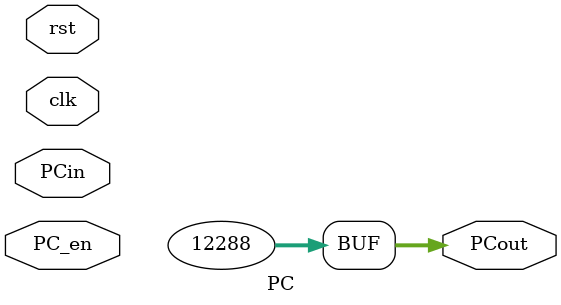
<source format=v>
module PC(clk,rst,PC_en,PCin,PCout);
 parameter  WIDTH = 32;
 input clk,rst,PC_en;
 input [WIDTH-1:0] PCin;
 output reg[WIDTH-1:0] PCout;
 
 always @(rst)
   PCout<='h00003000;//pc  start address
   
 always @(posedge clk)
    if(PC_en)
      PCout<=PCin;
    else
      PCout<=PCout-4;
 endmodule
</source>
